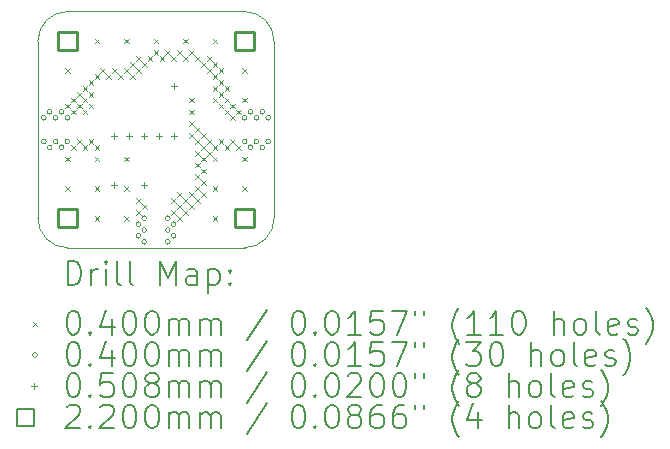
<source format=gbr>
%FSLAX45Y45*%
G04 Gerber Fmt 4.5, Leading zero omitted, Abs format (unit mm)*
G04 Created by KiCad (PCBNEW 6.0.1-79c1e3a40b~116~ubuntu20.04.1) date 2022-01-30 13:12:12*
%MOMM*%
%LPD*%
G01*
G04 APERTURE LIST*
%TA.AperFunction,Profile*%
%ADD10C,0.100000*%
%TD*%
%ADD11C,0.200000*%
%ADD12C,0.040000*%
%ADD13C,0.050800*%
%ADD14C,0.220000*%
G04 APERTURE END LIST*
D10*
X14000000Y-6750000D02*
X15500000Y-6750000D01*
X13750000Y-8500000D02*
X13750000Y-7000000D01*
X15500000Y-8750000D02*
X14000000Y-8750000D01*
X15750000Y-7000000D02*
X15750000Y-8500000D01*
X15500000Y-8750000D02*
G75*
G03*
X15750000Y-8500000I0J250000D01*
G01*
X15750000Y-7000000D02*
G75*
G03*
X15500000Y-6750000I-250000J0D01*
G01*
X13750000Y-8500000D02*
G75*
G03*
X14000000Y-8750000I250000J0D01*
G01*
X14000000Y-6750000D02*
G75*
G03*
X13750000Y-7000000I0J-250000D01*
G01*
D11*
D12*
X13980000Y-7230000D02*
X14020000Y-7270000D01*
X14020000Y-7230000D02*
X13980000Y-7270000D01*
X13980000Y-7530000D02*
X14020000Y-7570000D01*
X14020000Y-7530000D02*
X13980000Y-7570000D01*
X13980000Y-7980000D02*
X14020000Y-8020000D01*
X14020000Y-7980000D02*
X13980000Y-8020000D01*
X13980000Y-8230000D02*
X14020000Y-8270000D01*
X14020000Y-8230000D02*
X13980000Y-8270000D01*
X14030000Y-7480000D02*
X14070000Y-7520000D01*
X14070000Y-7480000D02*
X14030000Y-7520000D01*
X14030000Y-7580000D02*
X14070000Y-7620000D01*
X14070000Y-7580000D02*
X14030000Y-7620000D01*
X14030000Y-7880000D02*
X14070000Y-7920000D01*
X14070000Y-7880000D02*
X14030000Y-7920000D01*
X14080000Y-7430000D02*
X14120000Y-7470000D01*
X14120000Y-7430000D02*
X14080000Y-7470000D01*
X14080000Y-7530000D02*
X14120000Y-7570000D01*
X14120000Y-7530000D02*
X14080000Y-7570000D01*
X14080000Y-7830000D02*
X14120000Y-7870000D01*
X14120000Y-7830000D02*
X14080000Y-7870000D01*
X14130000Y-7380000D02*
X14170000Y-7420000D01*
X14170000Y-7380000D02*
X14130000Y-7420000D01*
X14130000Y-7480000D02*
X14170000Y-7520000D01*
X14170000Y-7480000D02*
X14130000Y-7520000D01*
X14130000Y-7580000D02*
X14170000Y-7620000D01*
X14170000Y-7580000D02*
X14130000Y-7620000D01*
X14130000Y-7880000D02*
X14170000Y-7920000D01*
X14170000Y-7880000D02*
X14130000Y-7920000D01*
X14180000Y-7330000D02*
X14220000Y-7370000D01*
X14220000Y-7330000D02*
X14180000Y-7370000D01*
X14180000Y-7430000D02*
X14220000Y-7470000D01*
X14220000Y-7430000D02*
X14180000Y-7470000D01*
X14180000Y-7530000D02*
X14220000Y-7570000D01*
X14220000Y-7530000D02*
X14180000Y-7570000D01*
X14180000Y-7830000D02*
X14220000Y-7870000D01*
X14220000Y-7830000D02*
X14180000Y-7870000D01*
X14230000Y-6980000D02*
X14270000Y-7020000D01*
X14270000Y-6980000D02*
X14230000Y-7020000D01*
X14230000Y-7280000D02*
X14270000Y-7320000D01*
X14270000Y-7280000D02*
X14230000Y-7320000D01*
X14230000Y-7880000D02*
X14270000Y-7920000D01*
X14270000Y-7880000D02*
X14230000Y-7920000D01*
X14230000Y-7980000D02*
X14270000Y-8020000D01*
X14270000Y-7980000D02*
X14230000Y-8020000D01*
X14230000Y-8230000D02*
X14270000Y-8270000D01*
X14270000Y-8230000D02*
X14230000Y-8270000D01*
X14230000Y-8480000D02*
X14270000Y-8520000D01*
X14270000Y-8480000D02*
X14230000Y-8520000D01*
X14280000Y-7230000D02*
X14320000Y-7270000D01*
X14320000Y-7230000D02*
X14280000Y-7270000D01*
X14330000Y-7280000D02*
X14370000Y-7320000D01*
X14370000Y-7280000D02*
X14330000Y-7320000D01*
X14380000Y-7230000D02*
X14420000Y-7270000D01*
X14420000Y-7230000D02*
X14380000Y-7270000D01*
X14430000Y-7280000D02*
X14470000Y-7320000D01*
X14470000Y-7280000D02*
X14430000Y-7320000D01*
X14480000Y-6980000D02*
X14520000Y-7020000D01*
X14520000Y-6980000D02*
X14480000Y-7020000D01*
X14480000Y-7230000D02*
X14520000Y-7270000D01*
X14520000Y-7230000D02*
X14480000Y-7270000D01*
X14480000Y-7980000D02*
X14520000Y-8020000D01*
X14520000Y-7980000D02*
X14480000Y-8020000D01*
X14480000Y-8230000D02*
X14520000Y-8270000D01*
X14520000Y-8230000D02*
X14480000Y-8270000D01*
X14480000Y-8480000D02*
X14520000Y-8520000D01*
X14520000Y-8480000D02*
X14480000Y-8520000D01*
X14530000Y-7180000D02*
X14570000Y-7220000D01*
X14570000Y-7180000D02*
X14530000Y-7220000D01*
X14530000Y-7280000D02*
X14570000Y-7320000D01*
X14570000Y-7280000D02*
X14530000Y-7320000D01*
X14580000Y-7130000D02*
X14620000Y-7170000D01*
X14620000Y-7130000D02*
X14580000Y-7170000D01*
X14580000Y-7230000D02*
X14620000Y-7270000D01*
X14620000Y-7230000D02*
X14580000Y-7270000D01*
X14580000Y-8330000D02*
X14620000Y-8370000D01*
X14620000Y-8330000D02*
X14580000Y-8370000D01*
X14580000Y-8430000D02*
X14620000Y-8470000D01*
X14620000Y-8430000D02*
X14580000Y-8470000D01*
X14630000Y-7180000D02*
X14670000Y-7220000D01*
X14670000Y-7180000D02*
X14630000Y-7220000D01*
X14630000Y-8380000D02*
X14670000Y-8420000D01*
X14670000Y-8380000D02*
X14630000Y-8420000D01*
X14680000Y-7130000D02*
X14720000Y-7170000D01*
X14720000Y-7130000D02*
X14680000Y-7170000D01*
X14730000Y-6980000D02*
X14770000Y-7020000D01*
X14770000Y-6980000D02*
X14730000Y-7020000D01*
X14730000Y-7080000D02*
X14770000Y-7120000D01*
X14770000Y-7080000D02*
X14730000Y-7120000D01*
X14780000Y-7130000D02*
X14820000Y-7170000D01*
X14820000Y-7130000D02*
X14780000Y-7170000D01*
X14830000Y-7080000D02*
X14870000Y-7120000D01*
X14870000Y-7080000D02*
X14830000Y-7120000D01*
X14880000Y-7130000D02*
X14920000Y-7170000D01*
X14920000Y-7130000D02*
X14880000Y-7170000D01*
X14880000Y-8330000D02*
X14920000Y-8370000D01*
X14920000Y-8330000D02*
X14880000Y-8370000D01*
X14880000Y-8430000D02*
X14920000Y-8470000D01*
X14920000Y-8430000D02*
X14880000Y-8470000D01*
X14930000Y-7080000D02*
X14970000Y-7120000D01*
X14970000Y-7080000D02*
X14930000Y-7120000D01*
X14930000Y-8280000D02*
X14970000Y-8320000D01*
X14970000Y-8280000D02*
X14930000Y-8320000D01*
X14930000Y-8380000D02*
X14970000Y-8420000D01*
X14970000Y-8380000D02*
X14930000Y-8420000D01*
X14930000Y-8480000D02*
X14970000Y-8520000D01*
X14970000Y-8480000D02*
X14930000Y-8520000D01*
X14980000Y-6980000D02*
X15020000Y-7020000D01*
X15020000Y-6980000D02*
X14980000Y-7020000D01*
X14980000Y-7130000D02*
X15020000Y-7170000D01*
X15020000Y-7130000D02*
X14980000Y-7170000D01*
X14980000Y-8330000D02*
X15020000Y-8370000D01*
X15020000Y-8330000D02*
X14980000Y-8370000D01*
X14980000Y-8430000D02*
X15020000Y-8470000D01*
X15020000Y-8430000D02*
X14980000Y-8470000D01*
X15030000Y-7080000D02*
X15070000Y-7120000D01*
X15070000Y-7080000D02*
X15030000Y-7120000D01*
X15030000Y-7480000D02*
X15070000Y-7520000D01*
X15070000Y-7480000D02*
X15030000Y-7520000D01*
X15030000Y-7580000D02*
X15070000Y-7620000D01*
X15070000Y-7580000D02*
X15030000Y-7620000D01*
X15030000Y-7680000D02*
X15070000Y-7720000D01*
X15070000Y-7680000D02*
X15030000Y-7720000D01*
X15030000Y-7780000D02*
X15070000Y-7820000D01*
X15070000Y-7780000D02*
X15030000Y-7820000D01*
X15030000Y-8280000D02*
X15070000Y-8320000D01*
X15070000Y-8280000D02*
X15030000Y-8320000D01*
X15030000Y-8380000D02*
X15070000Y-8420000D01*
X15070000Y-8380000D02*
X15030000Y-8420000D01*
X15080000Y-7130000D02*
X15120000Y-7170000D01*
X15120000Y-7130000D02*
X15080000Y-7170000D01*
X15080000Y-7730000D02*
X15120000Y-7770000D01*
X15120000Y-7730000D02*
X15080000Y-7770000D01*
X15080000Y-7830000D02*
X15120000Y-7870000D01*
X15120000Y-7830000D02*
X15080000Y-7870000D01*
X15080000Y-7930000D02*
X15120000Y-7970000D01*
X15120000Y-7930000D02*
X15080000Y-7970000D01*
X15080000Y-8030000D02*
X15120000Y-8070000D01*
X15120000Y-8030000D02*
X15080000Y-8070000D01*
X15080000Y-8130000D02*
X15120000Y-8170000D01*
X15120000Y-8130000D02*
X15080000Y-8170000D01*
X15080000Y-8230000D02*
X15120000Y-8270000D01*
X15120000Y-8230000D02*
X15080000Y-8270000D01*
X15080000Y-8330000D02*
X15120000Y-8370000D01*
X15120000Y-8330000D02*
X15080000Y-8370000D01*
X15130000Y-7180000D02*
X15170000Y-7220000D01*
X15170000Y-7180000D02*
X15130000Y-7220000D01*
X15130000Y-7780000D02*
X15170000Y-7820000D01*
X15170000Y-7780000D02*
X15130000Y-7820000D01*
X15130000Y-7880000D02*
X15170000Y-7920000D01*
X15170000Y-7880000D02*
X15130000Y-7920000D01*
X15130000Y-7980000D02*
X15170000Y-8020000D01*
X15170000Y-7980000D02*
X15130000Y-8020000D01*
X15130000Y-8080000D02*
X15170000Y-8120000D01*
X15170000Y-8080000D02*
X15130000Y-8120000D01*
X15130000Y-8180000D02*
X15170000Y-8220000D01*
X15170000Y-8180000D02*
X15130000Y-8220000D01*
X15130000Y-8280000D02*
X15170000Y-8320000D01*
X15170000Y-8280000D02*
X15130000Y-8320000D01*
X15180000Y-7130000D02*
X15220000Y-7170000D01*
X15220000Y-7130000D02*
X15180000Y-7170000D01*
X15180000Y-7230000D02*
X15220000Y-7270000D01*
X15220000Y-7230000D02*
X15180000Y-7270000D01*
X15180000Y-7830000D02*
X15220000Y-7870000D01*
X15220000Y-7830000D02*
X15180000Y-7870000D01*
X15180000Y-7930000D02*
X15220000Y-7970000D01*
X15220000Y-7930000D02*
X15180000Y-7970000D01*
X15230000Y-6980000D02*
X15270000Y-7020000D01*
X15270000Y-6980000D02*
X15230000Y-7020000D01*
X15230000Y-7180000D02*
X15270000Y-7220000D01*
X15270000Y-7180000D02*
X15230000Y-7220000D01*
X15230000Y-7280000D02*
X15270000Y-7320000D01*
X15270000Y-7280000D02*
X15230000Y-7320000D01*
X15230000Y-7380000D02*
X15270000Y-7420000D01*
X15270000Y-7380000D02*
X15230000Y-7420000D01*
X15230000Y-7480000D02*
X15270000Y-7520000D01*
X15270000Y-7480000D02*
X15230000Y-7520000D01*
X15230000Y-7880000D02*
X15270000Y-7920000D01*
X15270000Y-7880000D02*
X15230000Y-7920000D01*
X15230000Y-7980000D02*
X15270000Y-8020000D01*
X15270000Y-7980000D02*
X15230000Y-8020000D01*
X15230000Y-8230000D02*
X15270000Y-8270000D01*
X15270000Y-8230000D02*
X15230000Y-8270000D01*
X15230000Y-8480000D02*
X15270000Y-8520000D01*
X15270000Y-8480000D02*
X15230000Y-8520000D01*
X15280000Y-7230000D02*
X15320000Y-7270000D01*
X15320000Y-7230000D02*
X15280000Y-7270000D01*
X15280000Y-7330000D02*
X15320000Y-7370000D01*
X15320000Y-7330000D02*
X15280000Y-7370000D01*
X15280000Y-7430000D02*
X15320000Y-7470000D01*
X15320000Y-7430000D02*
X15280000Y-7470000D01*
X15280000Y-7530000D02*
X15320000Y-7570000D01*
X15320000Y-7530000D02*
X15280000Y-7570000D01*
X15280000Y-7830000D02*
X15320000Y-7870000D01*
X15320000Y-7830000D02*
X15280000Y-7870000D01*
X15330000Y-7380000D02*
X15370000Y-7420000D01*
X15370000Y-7380000D02*
X15330000Y-7420000D01*
X15330000Y-7480000D02*
X15370000Y-7520000D01*
X15370000Y-7480000D02*
X15330000Y-7520000D01*
X15330000Y-7580000D02*
X15370000Y-7620000D01*
X15370000Y-7580000D02*
X15330000Y-7620000D01*
X15330000Y-7880000D02*
X15370000Y-7920000D01*
X15370000Y-7880000D02*
X15330000Y-7920000D01*
X15380000Y-7530000D02*
X15420000Y-7570000D01*
X15420000Y-7530000D02*
X15380000Y-7570000D01*
X15380000Y-7630000D02*
X15420000Y-7670000D01*
X15420000Y-7630000D02*
X15380000Y-7670000D01*
X15380000Y-7830000D02*
X15420000Y-7870000D01*
X15420000Y-7830000D02*
X15380000Y-7870000D01*
X15430000Y-7580000D02*
X15470000Y-7620000D01*
X15470000Y-7580000D02*
X15430000Y-7620000D01*
X15430000Y-7880000D02*
X15470000Y-7920000D01*
X15470000Y-7880000D02*
X15430000Y-7920000D01*
X15480000Y-7230000D02*
X15520000Y-7270000D01*
X15520000Y-7230000D02*
X15480000Y-7270000D01*
X15480000Y-7480000D02*
X15520000Y-7520000D01*
X15520000Y-7480000D02*
X15480000Y-7520000D01*
X15480000Y-7980000D02*
X15520000Y-8020000D01*
X15520000Y-7980000D02*
X15480000Y-8020000D01*
X15480000Y-8230000D02*
X15520000Y-8270000D01*
X15520000Y-8230000D02*
X15480000Y-8270000D01*
X13820000Y-7650000D02*
G75*
G03*
X13820000Y-7650000I-20000J0D01*
G01*
X13820000Y-7850000D02*
G75*
G03*
X13820000Y-7850000I-20000J0D01*
G01*
X13870000Y-7600000D02*
G75*
G03*
X13870000Y-7600000I-20000J0D01*
G01*
X13870000Y-7900000D02*
G75*
G03*
X13870000Y-7900000I-20000J0D01*
G01*
X13920000Y-7650000D02*
G75*
G03*
X13920000Y-7650000I-20000J0D01*
G01*
X13920000Y-7850000D02*
G75*
G03*
X13920000Y-7850000I-20000J0D01*
G01*
X13970000Y-7600000D02*
G75*
G03*
X13970000Y-7600000I-20000J0D01*
G01*
X13970000Y-7900000D02*
G75*
G03*
X13970000Y-7900000I-20000J0D01*
G01*
X14020000Y-7650000D02*
G75*
G03*
X14020000Y-7650000I-20000J0D01*
G01*
X14020000Y-7850000D02*
G75*
G03*
X14020000Y-7850000I-20000J0D01*
G01*
X14620000Y-8550000D02*
G75*
G03*
X14620000Y-8550000I-20000J0D01*
G01*
X14620000Y-8650000D02*
G75*
G03*
X14620000Y-8650000I-20000J0D01*
G01*
X14670000Y-8500000D02*
G75*
G03*
X14670000Y-8500000I-20000J0D01*
G01*
X14670000Y-8600000D02*
G75*
G03*
X14670000Y-8600000I-20000J0D01*
G01*
X14670000Y-8700000D02*
G75*
G03*
X14670000Y-8700000I-20000J0D01*
G01*
X14870000Y-8500000D02*
G75*
G03*
X14870000Y-8500000I-20000J0D01*
G01*
X14870000Y-8600000D02*
G75*
G03*
X14870000Y-8600000I-20000J0D01*
G01*
X14870000Y-8700000D02*
G75*
G03*
X14870000Y-8700000I-20000J0D01*
G01*
X14920000Y-8550000D02*
G75*
G03*
X14920000Y-8550000I-20000J0D01*
G01*
X14920000Y-8650000D02*
G75*
G03*
X14920000Y-8650000I-20000J0D01*
G01*
X15520000Y-7650000D02*
G75*
G03*
X15520000Y-7650000I-20000J0D01*
G01*
X15520000Y-7850000D02*
G75*
G03*
X15520000Y-7850000I-20000J0D01*
G01*
X15570000Y-7600000D02*
G75*
G03*
X15570000Y-7600000I-20000J0D01*
G01*
X15570000Y-7900000D02*
G75*
G03*
X15570000Y-7900000I-20000J0D01*
G01*
X15620000Y-7650000D02*
G75*
G03*
X15620000Y-7650000I-20000J0D01*
G01*
X15620000Y-7850000D02*
G75*
G03*
X15620000Y-7850000I-20000J0D01*
G01*
X15670000Y-7600000D02*
G75*
G03*
X15670000Y-7600000I-20000J0D01*
G01*
X15670000Y-7900000D02*
G75*
G03*
X15670000Y-7900000I-20000J0D01*
G01*
X15720000Y-7650000D02*
G75*
G03*
X15720000Y-7650000I-20000J0D01*
G01*
X15720000Y-7850000D02*
G75*
G03*
X15720000Y-7850000I-20000J0D01*
G01*
D13*
X14396000Y-7774600D02*
X14396000Y-7825400D01*
X14370600Y-7800000D02*
X14421400Y-7800000D01*
X14396000Y-8193700D02*
X14396000Y-8244500D01*
X14370600Y-8219100D02*
X14421400Y-8219100D01*
X14523000Y-7774600D02*
X14523000Y-7825400D01*
X14497600Y-7800000D02*
X14548400Y-7800000D01*
X14650000Y-7774600D02*
X14650000Y-7825400D01*
X14624600Y-7800000D02*
X14675400Y-7800000D01*
X14650000Y-8193700D02*
X14650000Y-8244500D01*
X14624600Y-8219100D02*
X14675400Y-8219100D01*
X14777000Y-7774600D02*
X14777000Y-7825400D01*
X14751600Y-7800000D02*
X14802400Y-7800000D01*
X14904000Y-7355500D02*
X14904000Y-7406300D01*
X14878600Y-7380900D02*
X14929400Y-7380900D01*
X14904000Y-7774600D02*
X14904000Y-7825400D01*
X14878600Y-7800000D02*
X14929400Y-7800000D01*
D14*
X14077782Y-7077782D02*
X14077782Y-6922217D01*
X13922217Y-6922217D01*
X13922217Y-7077782D01*
X14077782Y-7077782D01*
X14077782Y-8577783D02*
X14077782Y-8422218D01*
X13922217Y-8422218D01*
X13922217Y-8577783D01*
X14077782Y-8577783D01*
X15577782Y-7077782D02*
X15577782Y-6922217D01*
X15422217Y-6922217D01*
X15422217Y-7077782D01*
X15577782Y-7077782D01*
X15577782Y-8577783D02*
X15577782Y-8422218D01*
X15422217Y-8422218D01*
X15422217Y-8577783D01*
X15577782Y-8577783D01*
D11*
X14002619Y-9065476D02*
X14002619Y-8865476D01*
X14050238Y-8865476D01*
X14078809Y-8875000D01*
X14097857Y-8894048D01*
X14107381Y-8913095D01*
X14116905Y-8951190D01*
X14116905Y-8979762D01*
X14107381Y-9017857D01*
X14097857Y-9036905D01*
X14078809Y-9055952D01*
X14050238Y-9065476D01*
X14002619Y-9065476D01*
X14202619Y-9065476D02*
X14202619Y-8932143D01*
X14202619Y-8970238D02*
X14212143Y-8951190D01*
X14221667Y-8941667D01*
X14240714Y-8932143D01*
X14259762Y-8932143D01*
X14326428Y-9065476D02*
X14326428Y-8932143D01*
X14326428Y-8865476D02*
X14316905Y-8875000D01*
X14326428Y-8884524D01*
X14335952Y-8875000D01*
X14326428Y-8865476D01*
X14326428Y-8884524D01*
X14450238Y-9065476D02*
X14431190Y-9055952D01*
X14421667Y-9036905D01*
X14421667Y-8865476D01*
X14555000Y-9065476D02*
X14535952Y-9055952D01*
X14526428Y-9036905D01*
X14526428Y-8865476D01*
X14783571Y-9065476D02*
X14783571Y-8865476D01*
X14850238Y-9008333D01*
X14916905Y-8865476D01*
X14916905Y-9065476D01*
X15097857Y-9065476D02*
X15097857Y-8960714D01*
X15088333Y-8941667D01*
X15069286Y-8932143D01*
X15031190Y-8932143D01*
X15012143Y-8941667D01*
X15097857Y-9055952D02*
X15078809Y-9065476D01*
X15031190Y-9065476D01*
X15012143Y-9055952D01*
X15002619Y-9036905D01*
X15002619Y-9017857D01*
X15012143Y-8998810D01*
X15031190Y-8989286D01*
X15078809Y-8989286D01*
X15097857Y-8979762D01*
X15193095Y-8932143D02*
X15193095Y-9132143D01*
X15193095Y-8941667D02*
X15212143Y-8932143D01*
X15250238Y-8932143D01*
X15269286Y-8941667D01*
X15278809Y-8951190D01*
X15288333Y-8970238D01*
X15288333Y-9027381D01*
X15278809Y-9046429D01*
X15269286Y-9055952D01*
X15250238Y-9065476D01*
X15212143Y-9065476D01*
X15193095Y-9055952D01*
X15374048Y-9046429D02*
X15383571Y-9055952D01*
X15374048Y-9065476D01*
X15364524Y-9055952D01*
X15374048Y-9046429D01*
X15374048Y-9065476D01*
X15374048Y-8941667D02*
X15383571Y-8951190D01*
X15374048Y-8960714D01*
X15364524Y-8951190D01*
X15374048Y-8941667D01*
X15374048Y-8960714D01*
D12*
X13705000Y-9375000D02*
X13745000Y-9415000D01*
X13745000Y-9375000D02*
X13705000Y-9415000D01*
D11*
X14040714Y-9285476D02*
X14059762Y-9285476D01*
X14078809Y-9295000D01*
X14088333Y-9304524D01*
X14097857Y-9323571D01*
X14107381Y-9361667D01*
X14107381Y-9409286D01*
X14097857Y-9447381D01*
X14088333Y-9466429D01*
X14078809Y-9475952D01*
X14059762Y-9485476D01*
X14040714Y-9485476D01*
X14021667Y-9475952D01*
X14012143Y-9466429D01*
X14002619Y-9447381D01*
X13993095Y-9409286D01*
X13993095Y-9361667D01*
X14002619Y-9323571D01*
X14012143Y-9304524D01*
X14021667Y-9295000D01*
X14040714Y-9285476D01*
X14193095Y-9466429D02*
X14202619Y-9475952D01*
X14193095Y-9485476D01*
X14183571Y-9475952D01*
X14193095Y-9466429D01*
X14193095Y-9485476D01*
X14374048Y-9352143D02*
X14374048Y-9485476D01*
X14326428Y-9275952D02*
X14278809Y-9418810D01*
X14402619Y-9418810D01*
X14516905Y-9285476D02*
X14535952Y-9285476D01*
X14555000Y-9295000D01*
X14564524Y-9304524D01*
X14574048Y-9323571D01*
X14583571Y-9361667D01*
X14583571Y-9409286D01*
X14574048Y-9447381D01*
X14564524Y-9466429D01*
X14555000Y-9475952D01*
X14535952Y-9485476D01*
X14516905Y-9485476D01*
X14497857Y-9475952D01*
X14488333Y-9466429D01*
X14478809Y-9447381D01*
X14469286Y-9409286D01*
X14469286Y-9361667D01*
X14478809Y-9323571D01*
X14488333Y-9304524D01*
X14497857Y-9295000D01*
X14516905Y-9285476D01*
X14707381Y-9285476D02*
X14726428Y-9285476D01*
X14745476Y-9295000D01*
X14755000Y-9304524D01*
X14764524Y-9323571D01*
X14774048Y-9361667D01*
X14774048Y-9409286D01*
X14764524Y-9447381D01*
X14755000Y-9466429D01*
X14745476Y-9475952D01*
X14726428Y-9485476D01*
X14707381Y-9485476D01*
X14688333Y-9475952D01*
X14678809Y-9466429D01*
X14669286Y-9447381D01*
X14659762Y-9409286D01*
X14659762Y-9361667D01*
X14669286Y-9323571D01*
X14678809Y-9304524D01*
X14688333Y-9295000D01*
X14707381Y-9285476D01*
X14859762Y-9485476D02*
X14859762Y-9352143D01*
X14859762Y-9371190D02*
X14869286Y-9361667D01*
X14888333Y-9352143D01*
X14916905Y-9352143D01*
X14935952Y-9361667D01*
X14945476Y-9380714D01*
X14945476Y-9485476D01*
X14945476Y-9380714D02*
X14955000Y-9361667D01*
X14974048Y-9352143D01*
X15002619Y-9352143D01*
X15021667Y-9361667D01*
X15031190Y-9380714D01*
X15031190Y-9485476D01*
X15126428Y-9485476D02*
X15126428Y-9352143D01*
X15126428Y-9371190D02*
X15135952Y-9361667D01*
X15155000Y-9352143D01*
X15183571Y-9352143D01*
X15202619Y-9361667D01*
X15212143Y-9380714D01*
X15212143Y-9485476D01*
X15212143Y-9380714D02*
X15221667Y-9361667D01*
X15240714Y-9352143D01*
X15269286Y-9352143D01*
X15288333Y-9361667D01*
X15297857Y-9380714D01*
X15297857Y-9485476D01*
X15688333Y-9275952D02*
X15516905Y-9533095D01*
X15945476Y-9285476D02*
X15964524Y-9285476D01*
X15983571Y-9295000D01*
X15993095Y-9304524D01*
X16002619Y-9323571D01*
X16012143Y-9361667D01*
X16012143Y-9409286D01*
X16002619Y-9447381D01*
X15993095Y-9466429D01*
X15983571Y-9475952D01*
X15964524Y-9485476D01*
X15945476Y-9485476D01*
X15926428Y-9475952D01*
X15916905Y-9466429D01*
X15907381Y-9447381D01*
X15897857Y-9409286D01*
X15897857Y-9361667D01*
X15907381Y-9323571D01*
X15916905Y-9304524D01*
X15926428Y-9295000D01*
X15945476Y-9285476D01*
X16097857Y-9466429D02*
X16107381Y-9475952D01*
X16097857Y-9485476D01*
X16088333Y-9475952D01*
X16097857Y-9466429D01*
X16097857Y-9485476D01*
X16231190Y-9285476D02*
X16250238Y-9285476D01*
X16269286Y-9295000D01*
X16278809Y-9304524D01*
X16288333Y-9323571D01*
X16297857Y-9361667D01*
X16297857Y-9409286D01*
X16288333Y-9447381D01*
X16278809Y-9466429D01*
X16269286Y-9475952D01*
X16250238Y-9485476D01*
X16231190Y-9485476D01*
X16212143Y-9475952D01*
X16202619Y-9466429D01*
X16193095Y-9447381D01*
X16183571Y-9409286D01*
X16183571Y-9361667D01*
X16193095Y-9323571D01*
X16202619Y-9304524D01*
X16212143Y-9295000D01*
X16231190Y-9285476D01*
X16488333Y-9485476D02*
X16374048Y-9485476D01*
X16431190Y-9485476D02*
X16431190Y-9285476D01*
X16412143Y-9314048D01*
X16393095Y-9333095D01*
X16374048Y-9342619D01*
X16669286Y-9285476D02*
X16574048Y-9285476D01*
X16564524Y-9380714D01*
X16574048Y-9371190D01*
X16593095Y-9361667D01*
X16640714Y-9361667D01*
X16659762Y-9371190D01*
X16669286Y-9380714D01*
X16678809Y-9399762D01*
X16678809Y-9447381D01*
X16669286Y-9466429D01*
X16659762Y-9475952D01*
X16640714Y-9485476D01*
X16593095Y-9485476D01*
X16574048Y-9475952D01*
X16564524Y-9466429D01*
X16745476Y-9285476D02*
X16878810Y-9285476D01*
X16793095Y-9485476D01*
X16945476Y-9285476D02*
X16945476Y-9323571D01*
X17021667Y-9285476D02*
X17021667Y-9323571D01*
X17316905Y-9561667D02*
X17307381Y-9552143D01*
X17288333Y-9523571D01*
X17278810Y-9504524D01*
X17269286Y-9475952D01*
X17259762Y-9428333D01*
X17259762Y-9390238D01*
X17269286Y-9342619D01*
X17278810Y-9314048D01*
X17288333Y-9295000D01*
X17307381Y-9266429D01*
X17316905Y-9256905D01*
X17497857Y-9485476D02*
X17383571Y-9485476D01*
X17440714Y-9485476D02*
X17440714Y-9285476D01*
X17421667Y-9314048D01*
X17402619Y-9333095D01*
X17383571Y-9342619D01*
X17688333Y-9485476D02*
X17574048Y-9485476D01*
X17631190Y-9485476D02*
X17631190Y-9285476D01*
X17612143Y-9314048D01*
X17593095Y-9333095D01*
X17574048Y-9342619D01*
X17812143Y-9285476D02*
X17831190Y-9285476D01*
X17850238Y-9295000D01*
X17859762Y-9304524D01*
X17869286Y-9323571D01*
X17878810Y-9361667D01*
X17878810Y-9409286D01*
X17869286Y-9447381D01*
X17859762Y-9466429D01*
X17850238Y-9475952D01*
X17831190Y-9485476D01*
X17812143Y-9485476D01*
X17793095Y-9475952D01*
X17783571Y-9466429D01*
X17774048Y-9447381D01*
X17764524Y-9409286D01*
X17764524Y-9361667D01*
X17774048Y-9323571D01*
X17783571Y-9304524D01*
X17793095Y-9295000D01*
X17812143Y-9285476D01*
X18116905Y-9485476D02*
X18116905Y-9285476D01*
X18202619Y-9485476D02*
X18202619Y-9380714D01*
X18193095Y-9361667D01*
X18174048Y-9352143D01*
X18145476Y-9352143D01*
X18126429Y-9361667D01*
X18116905Y-9371190D01*
X18326429Y-9485476D02*
X18307381Y-9475952D01*
X18297857Y-9466429D01*
X18288333Y-9447381D01*
X18288333Y-9390238D01*
X18297857Y-9371190D01*
X18307381Y-9361667D01*
X18326429Y-9352143D01*
X18355000Y-9352143D01*
X18374048Y-9361667D01*
X18383571Y-9371190D01*
X18393095Y-9390238D01*
X18393095Y-9447381D01*
X18383571Y-9466429D01*
X18374048Y-9475952D01*
X18355000Y-9485476D01*
X18326429Y-9485476D01*
X18507381Y-9485476D02*
X18488333Y-9475952D01*
X18478810Y-9456905D01*
X18478810Y-9285476D01*
X18659762Y-9475952D02*
X18640714Y-9485476D01*
X18602619Y-9485476D01*
X18583571Y-9475952D01*
X18574048Y-9456905D01*
X18574048Y-9380714D01*
X18583571Y-9361667D01*
X18602619Y-9352143D01*
X18640714Y-9352143D01*
X18659762Y-9361667D01*
X18669286Y-9380714D01*
X18669286Y-9399762D01*
X18574048Y-9418810D01*
X18745476Y-9475952D02*
X18764524Y-9485476D01*
X18802619Y-9485476D01*
X18821667Y-9475952D01*
X18831190Y-9456905D01*
X18831190Y-9447381D01*
X18821667Y-9428333D01*
X18802619Y-9418810D01*
X18774048Y-9418810D01*
X18755000Y-9409286D01*
X18745476Y-9390238D01*
X18745476Y-9380714D01*
X18755000Y-9361667D01*
X18774048Y-9352143D01*
X18802619Y-9352143D01*
X18821667Y-9361667D01*
X18897857Y-9561667D02*
X18907381Y-9552143D01*
X18926429Y-9523571D01*
X18935952Y-9504524D01*
X18945476Y-9475952D01*
X18955000Y-9428333D01*
X18955000Y-9390238D01*
X18945476Y-9342619D01*
X18935952Y-9314048D01*
X18926429Y-9295000D01*
X18907381Y-9266429D01*
X18897857Y-9256905D01*
D12*
X13745000Y-9659000D02*
G75*
G03*
X13745000Y-9659000I-20000J0D01*
G01*
D11*
X14040714Y-9549476D02*
X14059762Y-9549476D01*
X14078809Y-9559000D01*
X14088333Y-9568524D01*
X14097857Y-9587571D01*
X14107381Y-9625667D01*
X14107381Y-9673286D01*
X14097857Y-9711381D01*
X14088333Y-9730429D01*
X14078809Y-9739952D01*
X14059762Y-9749476D01*
X14040714Y-9749476D01*
X14021667Y-9739952D01*
X14012143Y-9730429D01*
X14002619Y-9711381D01*
X13993095Y-9673286D01*
X13993095Y-9625667D01*
X14002619Y-9587571D01*
X14012143Y-9568524D01*
X14021667Y-9559000D01*
X14040714Y-9549476D01*
X14193095Y-9730429D02*
X14202619Y-9739952D01*
X14193095Y-9749476D01*
X14183571Y-9739952D01*
X14193095Y-9730429D01*
X14193095Y-9749476D01*
X14374048Y-9616143D02*
X14374048Y-9749476D01*
X14326428Y-9539952D02*
X14278809Y-9682810D01*
X14402619Y-9682810D01*
X14516905Y-9549476D02*
X14535952Y-9549476D01*
X14555000Y-9559000D01*
X14564524Y-9568524D01*
X14574048Y-9587571D01*
X14583571Y-9625667D01*
X14583571Y-9673286D01*
X14574048Y-9711381D01*
X14564524Y-9730429D01*
X14555000Y-9739952D01*
X14535952Y-9749476D01*
X14516905Y-9749476D01*
X14497857Y-9739952D01*
X14488333Y-9730429D01*
X14478809Y-9711381D01*
X14469286Y-9673286D01*
X14469286Y-9625667D01*
X14478809Y-9587571D01*
X14488333Y-9568524D01*
X14497857Y-9559000D01*
X14516905Y-9549476D01*
X14707381Y-9549476D02*
X14726428Y-9549476D01*
X14745476Y-9559000D01*
X14755000Y-9568524D01*
X14764524Y-9587571D01*
X14774048Y-9625667D01*
X14774048Y-9673286D01*
X14764524Y-9711381D01*
X14755000Y-9730429D01*
X14745476Y-9739952D01*
X14726428Y-9749476D01*
X14707381Y-9749476D01*
X14688333Y-9739952D01*
X14678809Y-9730429D01*
X14669286Y-9711381D01*
X14659762Y-9673286D01*
X14659762Y-9625667D01*
X14669286Y-9587571D01*
X14678809Y-9568524D01*
X14688333Y-9559000D01*
X14707381Y-9549476D01*
X14859762Y-9749476D02*
X14859762Y-9616143D01*
X14859762Y-9635190D02*
X14869286Y-9625667D01*
X14888333Y-9616143D01*
X14916905Y-9616143D01*
X14935952Y-9625667D01*
X14945476Y-9644714D01*
X14945476Y-9749476D01*
X14945476Y-9644714D02*
X14955000Y-9625667D01*
X14974048Y-9616143D01*
X15002619Y-9616143D01*
X15021667Y-9625667D01*
X15031190Y-9644714D01*
X15031190Y-9749476D01*
X15126428Y-9749476D02*
X15126428Y-9616143D01*
X15126428Y-9635190D02*
X15135952Y-9625667D01*
X15155000Y-9616143D01*
X15183571Y-9616143D01*
X15202619Y-9625667D01*
X15212143Y-9644714D01*
X15212143Y-9749476D01*
X15212143Y-9644714D02*
X15221667Y-9625667D01*
X15240714Y-9616143D01*
X15269286Y-9616143D01*
X15288333Y-9625667D01*
X15297857Y-9644714D01*
X15297857Y-9749476D01*
X15688333Y-9539952D02*
X15516905Y-9797095D01*
X15945476Y-9549476D02*
X15964524Y-9549476D01*
X15983571Y-9559000D01*
X15993095Y-9568524D01*
X16002619Y-9587571D01*
X16012143Y-9625667D01*
X16012143Y-9673286D01*
X16002619Y-9711381D01*
X15993095Y-9730429D01*
X15983571Y-9739952D01*
X15964524Y-9749476D01*
X15945476Y-9749476D01*
X15926428Y-9739952D01*
X15916905Y-9730429D01*
X15907381Y-9711381D01*
X15897857Y-9673286D01*
X15897857Y-9625667D01*
X15907381Y-9587571D01*
X15916905Y-9568524D01*
X15926428Y-9559000D01*
X15945476Y-9549476D01*
X16097857Y-9730429D02*
X16107381Y-9739952D01*
X16097857Y-9749476D01*
X16088333Y-9739952D01*
X16097857Y-9730429D01*
X16097857Y-9749476D01*
X16231190Y-9549476D02*
X16250238Y-9549476D01*
X16269286Y-9559000D01*
X16278809Y-9568524D01*
X16288333Y-9587571D01*
X16297857Y-9625667D01*
X16297857Y-9673286D01*
X16288333Y-9711381D01*
X16278809Y-9730429D01*
X16269286Y-9739952D01*
X16250238Y-9749476D01*
X16231190Y-9749476D01*
X16212143Y-9739952D01*
X16202619Y-9730429D01*
X16193095Y-9711381D01*
X16183571Y-9673286D01*
X16183571Y-9625667D01*
X16193095Y-9587571D01*
X16202619Y-9568524D01*
X16212143Y-9559000D01*
X16231190Y-9549476D01*
X16488333Y-9749476D02*
X16374048Y-9749476D01*
X16431190Y-9749476D02*
X16431190Y-9549476D01*
X16412143Y-9578048D01*
X16393095Y-9597095D01*
X16374048Y-9606619D01*
X16669286Y-9549476D02*
X16574048Y-9549476D01*
X16564524Y-9644714D01*
X16574048Y-9635190D01*
X16593095Y-9625667D01*
X16640714Y-9625667D01*
X16659762Y-9635190D01*
X16669286Y-9644714D01*
X16678809Y-9663762D01*
X16678809Y-9711381D01*
X16669286Y-9730429D01*
X16659762Y-9739952D01*
X16640714Y-9749476D01*
X16593095Y-9749476D01*
X16574048Y-9739952D01*
X16564524Y-9730429D01*
X16745476Y-9549476D02*
X16878810Y-9549476D01*
X16793095Y-9749476D01*
X16945476Y-9549476D02*
X16945476Y-9587571D01*
X17021667Y-9549476D02*
X17021667Y-9587571D01*
X17316905Y-9825667D02*
X17307381Y-9816143D01*
X17288333Y-9787571D01*
X17278810Y-9768524D01*
X17269286Y-9739952D01*
X17259762Y-9692333D01*
X17259762Y-9654238D01*
X17269286Y-9606619D01*
X17278810Y-9578048D01*
X17288333Y-9559000D01*
X17307381Y-9530429D01*
X17316905Y-9520905D01*
X17374048Y-9549476D02*
X17497857Y-9549476D01*
X17431190Y-9625667D01*
X17459762Y-9625667D01*
X17478810Y-9635190D01*
X17488333Y-9644714D01*
X17497857Y-9663762D01*
X17497857Y-9711381D01*
X17488333Y-9730429D01*
X17478810Y-9739952D01*
X17459762Y-9749476D01*
X17402619Y-9749476D01*
X17383571Y-9739952D01*
X17374048Y-9730429D01*
X17621667Y-9549476D02*
X17640714Y-9549476D01*
X17659762Y-9559000D01*
X17669286Y-9568524D01*
X17678810Y-9587571D01*
X17688333Y-9625667D01*
X17688333Y-9673286D01*
X17678810Y-9711381D01*
X17669286Y-9730429D01*
X17659762Y-9739952D01*
X17640714Y-9749476D01*
X17621667Y-9749476D01*
X17602619Y-9739952D01*
X17593095Y-9730429D01*
X17583571Y-9711381D01*
X17574048Y-9673286D01*
X17574048Y-9625667D01*
X17583571Y-9587571D01*
X17593095Y-9568524D01*
X17602619Y-9559000D01*
X17621667Y-9549476D01*
X17926429Y-9749476D02*
X17926429Y-9549476D01*
X18012143Y-9749476D02*
X18012143Y-9644714D01*
X18002619Y-9625667D01*
X17983571Y-9616143D01*
X17955000Y-9616143D01*
X17935952Y-9625667D01*
X17926429Y-9635190D01*
X18135952Y-9749476D02*
X18116905Y-9739952D01*
X18107381Y-9730429D01*
X18097857Y-9711381D01*
X18097857Y-9654238D01*
X18107381Y-9635190D01*
X18116905Y-9625667D01*
X18135952Y-9616143D01*
X18164524Y-9616143D01*
X18183571Y-9625667D01*
X18193095Y-9635190D01*
X18202619Y-9654238D01*
X18202619Y-9711381D01*
X18193095Y-9730429D01*
X18183571Y-9739952D01*
X18164524Y-9749476D01*
X18135952Y-9749476D01*
X18316905Y-9749476D02*
X18297857Y-9739952D01*
X18288333Y-9720905D01*
X18288333Y-9549476D01*
X18469286Y-9739952D02*
X18450238Y-9749476D01*
X18412143Y-9749476D01*
X18393095Y-9739952D01*
X18383571Y-9720905D01*
X18383571Y-9644714D01*
X18393095Y-9625667D01*
X18412143Y-9616143D01*
X18450238Y-9616143D01*
X18469286Y-9625667D01*
X18478810Y-9644714D01*
X18478810Y-9663762D01*
X18383571Y-9682810D01*
X18555000Y-9739952D02*
X18574048Y-9749476D01*
X18612143Y-9749476D01*
X18631190Y-9739952D01*
X18640714Y-9720905D01*
X18640714Y-9711381D01*
X18631190Y-9692333D01*
X18612143Y-9682810D01*
X18583571Y-9682810D01*
X18564524Y-9673286D01*
X18555000Y-9654238D01*
X18555000Y-9644714D01*
X18564524Y-9625667D01*
X18583571Y-9616143D01*
X18612143Y-9616143D01*
X18631190Y-9625667D01*
X18707381Y-9825667D02*
X18716905Y-9816143D01*
X18735952Y-9787571D01*
X18745476Y-9768524D01*
X18755000Y-9739952D01*
X18764524Y-9692333D01*
X18764524Y-9654238D01*
X18755000Y-9606619D01*
X18745476Y-9578048D01*
X18735952Y-9559000D01*
X18716905Y-9530429D01*
X18707381Y-9520905D01*
D13*
X13719600Y-9897600D02*
X13719600Y-9948400D01*
X13694200Y-9923000D02*
X13745000Y-9923000D01*
D11*
X14040714Y-9813476D02*
X14059762Y-9813476D01*
X14078809Y-9823000D01*
X14088333Y-9832524D01*
X14097857Y-9851571D01*
X14107381Y-9889667D01*
X14107381Y-9937286D01*
X14097857Y-9975381D01*
X14088333Y-9994429D01*
X14078809Y-10003952D01*
X14059762Y-10013476D01*
X14040714Y-10013476D01*
X14021667Y-10003952D01*
X14012143Y-9994429D01*
X14002619Y-9975381D01*
X13993095Y-9937286D01*
X13993095Y-9889667D01*
X14002619Y-9851571D01*
X14012143Y-9832524D01*
X14021667Y-9823000D01*
X14040714Y-9813476D01*
X14193095Y-9994429D02*
X14202619Y-10003952D01*
X14193095Y-10013476D01*
X14183571Y-10003952D01*
X14193095Y-9994429D01*
X14193095Y-10013476D01*
X14383571Y-9813476D02*
X14288333Y-9813476D01*
X14278809Y-9908714D01*
X14288333Y-9899190D01*
X14307381Y-9889667D01*
X14355000Y-9889667D01*
X14374048Y-9899190D01*
X14383571Y-9908714D01*
X14393095Y-9927762D01*
X14393095Y-9975381D01*
X14383571Y-9994429D01*
X14374048Y-10003952D01*
X14355000Y-10013476D01*
X14307381Y-10013476D01*
X14288333Y-10003952D01*
X14278809Y-9994429D01*
X14516905Y-9813476D02*
X14535952Y-9813476D01*
X14555000Y-9823000D01*
X14564524Y-9832524D01*
X14574048Y-9851571D01*
X14583571Y-9889667D01*
X14583571Y-9937286D01*
X14574048Y-9975381D01*
X14564524Y-9994429D01*
X14555000Y-10003952D01*
X14535952Y-10013476D01*
X14516905Y-10013476D01*
X14497857Y-10003952D01*
X14488333Y-9994429D01*
X14478809Y-9975381D01*
X14469286Y-9937286D01*
X14469286Y-9889667D01*
X14478809Y-9851571D01*
X14488333Y-9832524D01*
X14497857Y-9823000D01*
X14516905Y-9813476D01*
X14697857Y-9899190D02*
X14678809Y-9889667D01*
X14669286Y-9880143D01*
X14659762Y-9861095D01*
X14659762Y-9851571D01*
X14669286Y-9832524D01*
X14678809Y-9823000D01*
X14697857Y-9813476D01*
X14735952Y-9813476D01*
X14755000Y-9823000D01*
X14764524Y-9832524D01*
X14774048Y-9851571D01*
X14774048Y-9861095D01*
X14764524Y-9880143D01*
X14755000Y-9889667D01*
X14735952Y-9899190D01*
X14697857Y-9899190D01*
X14678809Y-9908714D01*
X14669286Y-9918238D01*
X14659762Y-9937286D01*
X14659762Y-9975381D01*
X14669286Y-9994429D01*
X14678809Y-10003952D01*
X14697857Y-10013476D01*
X14735952Y-10013476D01*
X14755000Y-10003952D01*
X14764524Y-9994429D01*
X14774048Y-9975381D01*
X14774048Y-9937286D01*
X14764524Y-9918238D01*
X14755000Y-9908714D01*
X14735952Y-9899190D01*
X14859762Y-10013476D02*
X14859762Y-9880143D01*
X14859762Y-9899190D02*
X14869286Y-9889667D01*
X14888333Y-9880143D01*
X14916905Y-9880143D01*
X14935952Y-9889667D01*
X14945476Y-9908714D01*
X14945476Y-10013476D01*
X14945476Y-9908714D02*
X14955000Y-9889667D01*
X14974048Y-9880143D01*
X15002619Y-9880143D01*
X15021667Y-9889667D01*
X15031190Y-9908714D01*
X15031190Y-10013476D01*
X15126428Y-10013476D02*
X15126428Y-9880143D01*
X15126428Y-9899190D02*
X15135952Y-9889667D01*
X15155000Y-9880143D01*
X15183571Y-9880143D01*
X15202619Y-9889667D01*
X15212143Y-9908714D01*
X15212143Y-10013476D01*
X15212143Y-9908714D02*
X15221667Y-9889667D01*
X15240714Y-9880143D01*
X15269286Y-9880143D01*
X15288333Y-9889667D01*
X15297857Y-9908714D01*
X15297857Y-10013476D01*
X15688333Y-9803952D02*
X15516905Y-10061095D01*
X15945476Y-9813476D02*
X15964524Y-9813476D01*
X15983571Y-9823000D01*
X15993095Y-9832524D01*
X16002619Y-9851571D01*
X16012143Y-9889667D01*
X16012143Y-9937286D01*
X16002619Y-9975381D01*
X15993095Y-9994429D01*
X15983571Y-10003952D01*
X15964524Y-10013476D01*
X15945476Y-10013476D01*
X15926428Y-10003952D01*
X15916905Y-9994429D01*
X15907381Y-9975381D01*
X15897857Y-9937286D01*
X15897857Y-9889667D01*
X15907381Y-9851571D01*
X15916905Y-9832524D01*
X15926428Y-9823000D01*
X15945476Y-9813476D01*
X16097857Y-9994429D02*
X16107381Y-10003952D01*
X16097857Y-10013476D01*
X16088333Y-10003952D01*
X16097857Y-9994429D01*
X16097857Y-10013476D01*
X16231190Y-9813476D02*
X16250238Y-9813476D01*
X16269286Y-9823000D01*
X16278809Y-9832524D01*
X16288333Y-9851571D01*
X16297857Y-9889667D01*
X16297857Y-9937286D01*
X16288333Y-9975381D01*
X16278809Y-9994429D01*
X16269286Y-10003952D01*
X16250238Y-10013476D01*
X16231190Y-10013476D01*
X16212143Y-10003952D01*
X16202619Y-9994429D01*
X16193095Y-9975381D01*
X16183571Y-9937286D01*
X16183571Y-9889667D01*
X16193095Y-9851571D01*
X16202619Y-9832524D01*
X16212143Y-9823000D01*
X16231190Y-9813476D01*
X16374048Y-9832524D02*
X16383571Y-9823000D01*
X16402619Y-9813476D01*
X16450238Y-9813476D01*
X16469286Y-9823000D01*
X16478809Y-9832524D01*
X16488333Y-9851571D01*
X16488333Y-9870619D01*
X16478809Y-9899190D01*
X16364524Y-10013476D01*
X16488333Y-10013476D01*
X16612143Y-9813476D02*
X16631190Y-9813476D01*
X16650238Y-9823000D01*
X16659762Y-9832524D01*
X16669286Y-9851571D01*
X16678809Y-9889667D01*
X16678809Y-9937286D01*
X16669286Y-9975381D01*
X16659762Y-9994429D01*
X16650238Y-10003952D01*
X16631190Y-10013476D01*
X16612143Y-10013476D01*
X16593095Y-10003952D01*
X16583571Y-9994429D01*
X16574048Y-9975381D01*
X16564524Y-9937286D01*
X16564524Y-9889667D01*
X16574048Y-9851571D01*
X16583571Y-9832524D01*
X16593095Y-9823000D01*
X16612143Y-9813476D01*
X16802619Y-9813476D02*
X16821667Y-9813476D01*
X16840714Y-9823000D01*
X16850238Y-9832524D01*
X16859762Y-9851571D01*
X16869286Y-9889667D01*
X16869286Y-9937286D01*
X16859762Y-9975381D01*
X16850238Y-9994429D01*
X16840714Y-10003952D01*
X16821667Y-10013476D01*
X16802619Y-10013476D01*
X16783571Y-10003952D01*
X16774048Y-9994429D01*
X16764524Y-9975381D01*
X16755000Y-9937286D01*
X16755000Y-9889667D01*
X16764524Y-9851571D01*
X16774048Y-9832524D01*
X16783571Y-9823000D01*
X16802619Y-9813476D01*
X16945476Y-9813476D02*
X16945476Y-9851571D01*
X17021667Y-9813476D02*
X17021667Y-9851571D01*
X17316905Y-10089667D02*
X17307381Y-10080143D01*
X17288333Y-10051571D01*
X17278810Y-10032524D01*
X17269286Y-10003952D01*
X17259762Y-9956333D01*
X17259762Y-9918238D01*
X17269286Y-9870619D01*
X17278810Y-9842048D01*
X17288333Y-9823000D01*
X17307381Y-9794429D01*
X17316905Y-9784905D01*
X17421667Y-9899190D02*
X17402619Y-9889667D01*
X17393095Y-9880143D01*
X17383571Y-9861095D01*
X17383571Y-9851571D01*
X17393095Y-9832524D01*
X17402619Y-9823000D01*
X17421667Y-9813476D01*
X17459762Y-9813476D01*
X17478810Y-9823000D01*
X17488333Y-9832524D01*
X17497857Y-9851571D01*
X17497857Y-9861095D01*
X17488333Y-9880143D01*
X17478810Y-9889667D01*
X17459762Y-9899190D01*
X17421667Y-9899190D01*
X17402619Y-9908714D01*
X17393095Y-9918238D01*
X17383571Y-9937286D01*
X17383571Y-9975381D01*
X17393095Y-9994429D01*
X17402619Y-10003952D01*
X17421667Y-10013476D01*
X17459762Y-10013476D01*
X17478810Y-10003952D01*
X17488333Y-9994429D01*
X17497857Y-9975381D01*
X17497857Y-9937286D01*
X17488333Y-9918238D01*
X17478810Y-9908714D01*
X17459762Y-9899190D01*
X17735952Y-10013476D02*
X17735952Y-9813476D01*
X17821667Y-10013476D02*
X17821667Y-9908714D01*
X17812143Y-9889667D01*
X17793095Y-9880143D01*
X17764524Y-9880143D01*
X17745476Y-9889667D01*
X17735952Y-9899190D01*
X17945476Y-10013476D02*
X17926429Y-10003952D01*
X17916905Y-9994429D01*
X17907381Y-9975381D01*
X17907381Y-9918238D01*
X17916905Y-9899190D01*
X17926429Y-9889667D01*
X17945476Y-9880143D01*
X17974048Y-9880143D01*
X17993095Y-9889667D01*
X18002619Y-9899190D01*
X18012143Y-9918238D01*
X18012143Y-9975381D01*
X18002619Y-9994429D01*
X17993095Y-10003952D01*
X17974048Y-10013476D01*
X17945476Y-10013476D01*
X18126429Y-10013476D02*
X18107381Y-10003952D01*
X18097857Y-9984905D01*
X18097857Y-9813476D01*
X18278810Y-10003952D02*
X18259762Y-10013476D01*
X18221667Y-10013476D01*
X18202619Y-10003952D01*
X18193095Y-9984905D01*
X18193095Y-9908714D01*
X18202619Y-9889667D01*
X18221667Y-9880143D01*
X18259762Y-9880143D01*
X18278810Y-9889667D01*
X18288333Y-9908714D01*
X18288333Y-9927762D01*
X18193095Y-9946810D01*
X18364524Y-10003952D02*
X18383571Y-10013476D01*
X18421667Y-10013476D01*
X18440714Y-10003952D01*
X18450238Y-9984905D01*
X18450238Y-9975381D01*
X18440714Y-9956333D01*
X18421667Y-9946810D01*
X18393095Y-9946810D01*
X18374048Y-9937286D01*
X18364524Y-9918238D01*
X18364524Y-9908714D01*
X18374048Y-9889667D01*
X18393095Y-9880143D01*
X18421667Y-9880143D01*
X18440714Y-9889667D01*
X18516905Y-10089667D02*
X18526429Y-10080143D01*
X18545476Y-10051571D01*
X18555000Y-10032524D01*
X18564524Y-10003952D01*
X18574048Y-9956333D01*
X18574048Y-9918238D01*
X18564524Y-9870619D01*
X18555000Y-9842048D01*
X18545476Y-9823000D01*
X18526429Y-9794429D01*
X18516905Y-9784905D01*
X13715711Y-10257711D02*
X13715711Y-10116289D01*
X13574289Y-10116289D01*
X13574289Y-10257711D01*
X13715711Y-10257711D01*
X13993095Y-10096524D02*
X14002619Y-10087000D01*
X14021667Y-10077476D01*
X14069286Y-10077476D01*
X14088333Y-10087000D01*
X14097857Y-10096524D01*
X14107381Y-10115571D01*
X14107381Y-10134619D01*
X14097857Y-10163190D01*
X13983571Y-10277476D01*
X14107381Y-10277476D01*
X14193095Y-10258429D02*
X14202619Y-10267952D01*
X14193095Y-10277476D01*
X14183571Y-10267952D01*
X14193095Y-10258429D01*
X14193095Y-10277476D01*
X14278809Y-10096524D02*
X14288333Y-10087000D01*
X14307381Y-10077476D01*
X14355000Y-10077476D01*
X14374048Y-10087000D01*
X14383571Y-10096524D01*
X14393095Y-10115571D01*
X14393095Y-10134619D01*
X14383571Y-10163190D01*
X14269286Y-10277476D01*
X14393095Y-10277476D01*
X14516905Y-10077476D02*
X14535952Y-10077476D01*
X14555000Y-10087000D01*
X14564524Y-10096524D01*
X14574048Y-10115571D01*
X14583571Y-10153667D01*
X14583571Y-10201286D01*
X14574048Y-10239381D01*
X14564524Y-10258429D01*
X14555000Y-10267952D01*
X14535952Y-10277476D01*
X14516905Y-10277476D01*
X14497857Y-10267952D01*
X14488333Y-10258429D01*
X14478809Y-10239381D01*
X14469286Y-10201286D01*
X14469286Y-10153667D01*
X14478809Y-10115571D01*
X14488333Y-10096524D01*
X14497857Y-10087000D01*
X14516905Y-10077476D01*
X14707381Y-10077476D02*
X14726428Y-10077476D01*
X14745476Y-10087000D01*
X14755000Y-10096524D01*
X14764524Y-10115571D01*
X14774048Y-10153667D01*
X14774048Y-10201286D01*
X14764524Y-10239381D01*
X14755000Y-10258429D01*
X14745476Y-10267952D01*
X14726428Y-10277476D01*
X14707381Y-10277476D01*
X14688333Y-10267952D01*
X14678809Y-10258429D01*
X14669286Y-10239381D01*
X14659762Y-10201286D01*
X14659762Y-10153667D01*
X14669286Y-10115571D01*
X14678809Y-10096524D01*
X14688333Y-10087000D01*
X14707381Y-10077476D01*
X14859762Y-10277476D02*
X14859762Y-10144143D01*
X14859762Y-10163190D02*
X14869286Y-10153667D01*
X14888333Y-10144143D01*
X14916905Y-10144143D01*
X14935952Y-10153667D01*
X14945476Y-10172714D01*
X14945476Y-10277476D01*
X14945476Y-10172714D02*
X14955000Y-10153667D01*
X14974048Y-10144143D01*
X15002619Y-10144143D01*
X15021667Y-10153667D01*
X15031190Y-10172714D01*
X15031190Y-10277476D01*
X15126428Y-10277476D02*
X15126428Y-10144143D01*
X15126428Y-10163190D02*
X15135952Y-10153667D01*
X15155000Y-10144143D01*
X15183571Y-10144143D01*
X15202619Y-10153667D01*
X15212143Y-10172714D01*
X15212143Y-10277476D01*
X15212143Y-10172714D02*
X15221667Y-10153667D01*
X15240714Y-10144143D01*
X15269286Y-10144143D01*
X15288333Y-10153667D01*
X15297857Y-10172714D01*
X15297857Y-10277476D01*
X15688333Y-10067952D02*
X15516905Y-10325095D01*
X15945476Y-10077476D02*
X15964524Y-10077476D01*
X15983571Y-10087000D01*
X15993095Y-10096524D01*
X16002619Y-10115571D01*
X16012143Y-10153667D01*
X16012143Y-10201286D01*
X16002619Y-10239381D01*
X15993095Y-10258429D01*
X15983571Y-10267952D01*
X15964524Y-10277476D01*
X15945476Y-10277476D01*
X15926428Y-10267952D01*
X15916905Y-10258429D01*
X15907381Y-10239381D01*
X15897857Y-10201286D01*
X15897857Y-10153667D01*
X15907381Y-10115571D01*
X15916905Y-10096524D01*
X15926428Y-10087000D01*
X15945476Y-10077476D01*
X16097857Y-10258429D02*
X16107381Y-10267952D01*
X16097857Y-10277476D01*
X16088333Y-10267952D01*
X16097857Y-10258429D01*
X16097857Y-10277476D01*
X16231190Y-10077476D02*
X16250238Y-10077476D01*
X16269286Y-10087000D01*
X16278809Y-10096524D01*
X16288333Y-10115571D01*
X16297857Y-10153667D01*
X16297857Y-10201286D01*
X16288333Y-10239381D01*
X16278809Y-10258429D01*
X16269286Y-10267952D01*
X16250238Y-10277476D01*
X16231190Y-10277476D01*
X16212143Y-10267952D01*
X16202619Y-10258429D01*
X16193095Y-10239381D01*
X16183571Y-10201286D01*
X16183571Y-10153667D01*
X16193095Y-10115571D01*
X16202619Y-10096524D01*
X16212143Y-10087000D01*
X16231190Y-10077476D01*
X16412143Y-10163190D02*
X16393095Y-10153667D01*
X16383571Y-10144143D01*
X16374048Y-10125095D01*
X16374048Y-10115571D01*
X16383571Y-10096524D01*
X16393095Y-10087000D01*
X16412143Y-10077476D01*
X16450238Y-10077476D01*
X16469286Y-10087000D01*
X16478809Y-10096524D01*
X16488333Y-10115571D01*
X16488333Y-10125095D01*
X16478809Y-10144143D01*
X16469286Y-10153667D01*
X16450238Y-10163190D01*
X16412143Y-10163190D01*
X16393095Y-10172714D01*
X16383571Y-10182238D01*
X16374048Y-10201286D01*
X16374048Y-10239381D01*
X16383571Y-10258429D01*
X16393095Y-10267952D01*
X16412143Y-10277476D01*
X16450238Y-10277476D01*
X16469286Y-10267952D01*
X16478809Y-10258429D01*
X16488333Y-10239381D01*
X16488333Y-10201286D01*
X16478809Y-10182238D01*
X16469286Y-10172714D01*
X16450238Y-10163190D01*
X16659762Y-10077476D02*
X16621667Y-10077476D01*
X16602619Y-10087000D01*
X16593095Y-10096524D01*
X16574048Y-10125095D01*
X16564524Y-10163190D01*
X16564524Y-10239381D01*
X16574048Y-10258429D01*
X16583571Y-10267952D01*
X16602619Y-10277476D01*
X16640714Y-10277476D01*
X16659762Y-10267952D01*
X16669286Y-10258429D01*
X16678809Y-10239381D01*
X16678809Y-10191762D01*
X16669286Y-10172714D01*
X16659762Y-10163190D01*
X16640714Y-10153667D01*
X16602619Y-10153667D01*
X16583571Y-10163190D01*
X16574048Y-10172714D01*
X16564524Y-10191762D01*
X16850238Y-10077476D02*
X16812143Y-10077476D01*
X16793095Y-10087000D01*
X16783571Y-10096524D01*
X16764524Y-10125095D01*
X16755000Y-10163190D01*
X16755000Y-10239381D01*
X16764524Y-10258429D01*
X16774048Y-10267952D01*
X16793095Y-10277476D01*
X16831190Y-10277476D01*
X16850238Y-10267952D01*
X16859762Y-10258429D01*
X16869286Y-10239381D01*
X16869286Y-10191762D01*
X16859762Y-10172714D01*
X16850238Y-10163190D01*
X16831190Y-10153667D01*
X16793095Y-10153667D01*
X16774048Y-10163190D01*
X16764524Y-10172714D01*
X16755000Y-10191762D01*
X16945476Y-10077476D02*
X16945476Y-10115571D01*
X17021667Y-10077476D02*
X17021667Y-10115571D01*
X17316905Y-10353667D02*
X17307381Y-10344143D01*
X17288333Y-10315571D01*
X17278810Y-10296524D01*
X17269286Y-10267952D01*
X17259762Y-10220333D01*
X17259762Y-10182238D01*
X17269286Y-10134619D01*
X17278810Y-10106048D01*
X17288333Y-10087000D01*
X17307381Y-10058429D01*
X17316905Y-10048905D01*
X17478810Y-10144143D02*
X17478810Y-10277476D01*
X17431190Y-10067952D02*
X17383571Y-10210810D01*
X17507381Y-10210810D01*
X17735952Y-10277476D02*
X17735952Y-10077476D01*
X17821667Y-10277476D02*
X17821667Y-10172714D01*
X17812143Y-10153667D01*
X17793095Y-10144143D01*
X17764524Y-10144143D01*
X17745476Y-10153667D01*
X17735952Y-10163190D01*
X17945476Y-10277476D02*
X17926429Y-10267952D01*
X17916905Y-10258429D01*
X17907381Y-10239381D01*
X17907381Y-10182238D01*
X17916905Y-10163190D01*
X17926429Y-10153667D01*
X17945476Y-10144143D01*
X17974048Y-10144143D01*
X17993095Y-10153667D01*
X18002619Y-10163190D01*
X18012143Y-10182238D01*
X18012143Y-10239381D01*
X18002619Y-10258429D01*
X17993095Y-10267952D01*
X17974048Y-10277476D01*
X17945476Y-10277476D01*
X18126429Y-10277476D02*
X18107381Y-10267952D01*
X18097857Y-10248905D01*
X18097857Y-10077476D01*
X18278810Y-10267952D02*
X18259762Y-10277476D01*
X18221667Y-10277476D01*
X18202619Y-10267952D01*
X18193095Y-10248905D01*
X18193095Y-10172714D01*
X18202619Y-10153667D01*
X18221667Y-10144143D01*
X18259762Y-10144143D01*
X18278810Y-10153667D01*
X18288333Y-10172714D01*
X18288333Y-10191762D01*
X18193095Y-10210810D01*
X18364524Y-10267952D02*
X18383571Y-10277476D01*
X18421667Y-10277476D01*
X18440714Y-10267952D01*
X18450238Y-10248905D01*
X18450238Y-10239381D01*
X18440714Y-10220333D01*
X18421667Y-10210810D01*
X18393095Y-10210810D01*
X18374048Y-10201286D01*
X18364524Y-10182238D01*
X18364524Y-10172714D01*
X18374048Y-10153667D01*
X18393095Y-10144143D01*
X18421667Y-10144143D01*
X18440714Y-10153667D01*
X18516905Y-10353667D02*
X18526429Y-10344143D01*
X18545476Y-10315571D01*
X18555000Y-10296524D01*
X18564524Y-10267952D01*
X18574048Y-10220333D01*
X18574048Y-10182238D01*
X18564524Y-10134619D01*
X18555000Y-10106048D01*
X18545476Y-10087000D01*
X18526429Y-10058429D01*
X18516905Y-10048905D01*
M02*

</source>
